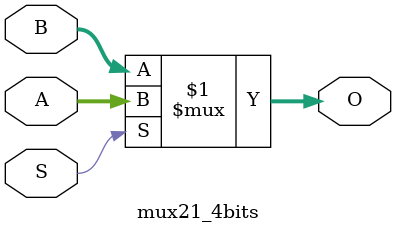
<source format=v>
module mux21_4bits (A,  B, S, O);
input [3:0]A, B;
inout S;
output [3:0]O;
assign O = S? A:B;
endmodule
</source>
